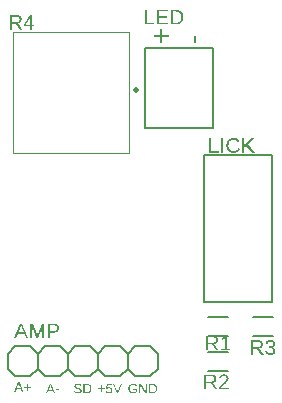
<source format=gbr>
G04 EAGLE Gerber RS-274X export*
G75*
%MOMM*%
%FSLAX34Y34*%
%LPD*%
%INSilkscreen Top*%
%IPPOS*%
%AMOC8*
5,1,8,0,0,1.08239X$1,22.5*%
G01*
G04 Define Apertures*
%ADD10C,0.152400*%
%ADD11C,0.500000*%
%ADD12C,0.120000*%
%ADD13C,0.127000*%
G36*
X217331Y369527D02*
X215540Y369527D01*
X215540Y374728D01*
X210289Y374728D01*
X210289Y376532D01*
X215540Y376532D01*
X215540Y381734D01*
X217331Y381734D01*
X217331Y376532D01*
X222582Y376532D01*
X222582Y374728D01*
X217331Y374728D01*
X217331Y369527D01*
G37*
G36*
X245768Y369416D02*
X243805Y369416D01*
X243805Y375550D01*
X245768Y375550D01*
X245768Y369416D01*
G37*
G36*
X93018Y74422D02*
X91909Y74422D01*
X95129Y82312D01*
X96344Y82312D01*
X99514Y74422D01*
X98422Y74422D01*
X97520Y76729D01*
X93925Y76729D01*
X93018Y74422D01*
G37*
%LPC*%
G36*
X97201Y77564D02*
X96187Y80168D01*
X96031Y80579D01*
X95874Y81041D01*
X95723Y81506D01*
X95672Y81349D01*
X95499Y80819D01*
X95258Y80156D01*
X94250Y77564D01*
X97201Y77564D01*
G37*
%LPD*%
G36*
X103269Y75430D02*
X102446Y75430D01*
X102446Y77827D01*
X100072Y77827D01*
X100072Y78644D01*
X102446Y78644D01*
X102446Y81041D01*
X103269Y81041D01*
X103269Y78644D01*
X105644Y78644D01*
X105644Y77827D01*
X103269Y77827D01*
X103269Y75430D01*
G37*
G36*
X119857Y73152D02*
X118748Y73152D01*
X121968Y81042D01*
X123183Y81042D01*
X126353Y73152D01*
X125261Y73152D01*
X124359Y75459D01*
X120764Y75459D01*
X119857Y73152D01*
G37*
%LPC*%
G36*
X124040Y76294D02*
X123027Y78898D01*
X122870Y79309D01*
X122713Y79771D01*
X122562Y80236D01*
X122511Y80079D01*
X122338Y79549D01*
X122097Y78886D01*
X121089Y76294D01*
X124040Y76294D01*
G37*
%LPD*%
G36*
X129660Y75750D02*
X126860Y75750D01*
X126860Y76646D01*
X129660Y76646D01*
X129660Y75750D01*
G37*
G36*
X153411Y73152D02*
X150460Y73152D01*
X150460Y81042D01*
X153070Y81042D01*
X153556Y81027D01*
X154015Y80980D01*
X154444Y80901D01*
X154845Y80791D01*
X155218Y80650D01*
X155562Y80477D01*
X155877Y80273D01*
X156164Y80037D01*
X156419Y79773D01*
X156640Y79482D01*
X156827Y79164D01*
X156980Y78820D01*
X157100Y78449D01*
X157185Y78052D01*
X157236Y77629D01*
X157253Y77178D01*
X157245Y76878D01*
X157223Y76587D01*
X157186Y76306D01*
X157134Y76034D01*
X157067Y75772D01*
X156985Y75519D01*
X156888Y75276D01*
X156777Y75042D01*
X156652Y74820D01*
X156514Y74611D01*
X156364Y74416D01*
X156201Y74233D01*
X156026Y74065D01*
X155839Y73910D01*
X155639Y73768D01*
X155427Y73639D01*
X155205Y73525D01*
X154974Y73426D01*
X154734Y73342D01*
X154486Y73274D01*
X154230Y73221D01*
X153966Y73182D01*
X153693Y73160D01*
X153411Y73152D01*
G37*
%LPC*%
G36*
X153288Y74009D02*
X153709Y74033D01*
X154103Y74104D01*
X154472Y74223D01*
X154814Y74390D01*
X155124Y74601D01*
X155396Y74854D01*
X155629Y75150D01*
X155825Y75487D01*
X155979Y75862D01*
X156089Y76268D01*
X156156Y76707D01*
X156178Y77178D01*
X156165Y77534D01*
X156127Y77868D01*
X156065Y78181D01*
X155977Y78471D01*
X155864Y78740D01*
X155726Y78987D01*
X155562Y79212D01*
X155374Y79416D01*
X155162Y79596D01*
X154927Y79752D01*
X154670Y79885D01*
X154390Y79993D01*
X154088Y80077D01*
X153764Y80137D01*
X153417Y80174D01*
X153047Y80186D01*
X151530Y80186D01*
X151530Y74009D01*
X153288Y74009D01*
G37*
%LPD*%
G36*
X145758Y73040D02*
X145407Y73048D01*
X145075Y73071D01*
X144762Y73111D01*
X144468Y73165D01*
X144192Y73236D01*
X143936Y73322D01*
X143699Y73424D01*
X143480Y73541D01*
X143281Y73674D01*
X143100Y73823D01*
X142939Y73988D01*
X142796Y74168D01*
X142672Y74363D01*
X142568Y74575D01*
X142482Y74802D01*
X142415Y75045D01*
X143451Y75252D01*
X143502Y75080D01*
X143566Y74920D01*
X143642Y74772D01*
X143731Y74635D01*
X143832Y74511D01*
X143947Y74398D01*
X144073Y74297D01*
X144213Y74208D01*
X144530Y74062D01*
X144900Y73958D01*
X145322Y73895D01*
X145797Y73874D01*
X146286Y73897D01*
X146715Y73963D01*
X146908Y74013D01*
X147085Y74074D01*
X147248Y74147D01*
X147396Y74230D01*
X147528Y74324D01*
X147642Y74429D01*
X147739Y74544D01*
X147818Y74669D01*
X147880Y74805D01*
X147924Y74951D01*
X147950Y75107D01*
X147959Y75274D01*
X147948Y75458D01*
X147915Y75624D01*
X147860Y75772D01*
X147783Y75902D01*
X147685Y76017D01*
X147570Y76121D01*
X147438Y76216D01*
X147287Y76299D01*
X146937Y76443D01*
X146525Y76562D01*
X145545Y76792D01*
X144723Y76999D01*
X144396Y77103D01*
X144126Y77206D01*
X143896Y77313D01*
X143692Y77425D01*
X143514Y77544D01*
X143361Y77668D01*
X143230Y77801D01*
X143114Y77945D01*
X143015Y78099D01*
X142933Y78265D01*
X142868Y78442D01*
X142822Y78632D01*
X142794Y78834D01*
X142785Y79049D01*
X142797Y79295D01*
X142833Y79527D01*
X142894Y79744D01*
X142978Y79946D01*
X143088Y80134D01*
X143221Y80308D01*
X143378Y80467D01*
X143560Y80611D01*
X143765Y80740D01*
X143990Y80851D01*
X144236Y80946D01*
X144503Y81023D01*
X144791Y81083D01*
X145100Y81126D01*
X145430Y81151D01*
X145781Y81160D01*
X146107Y81154D01*
X146413Y81134D01*
X146700Y81102D01*
X146966Y81057D01*
X147213Y80999D01*
X147441Y80928D01*
X147648Y80845D01*
X147836Y80748D01*
X148007Y80636D01*
X148165Y80506D01*
X148309Y80358D01*
X148441Y80192D01*
X148559Y80007D01*
X148663Y79805D01*
X148755Y79584D01*
X148833Y79346D01*
X147780Y79161D01*
X147673Y79453D01*
X147528Y79702D01*
X147343Y79908D01*
X147119Y80071D01*
X146852Y80194D01*
X146538Y80283D01*
X146177Y80336D01*
X145769Y80354D01*
X145324Y80334D01*
X144935Y80275D01*
X144602Y80177D01*
X144325Y80040D01*
X144208Y79957D01*
X144107Y79864D01*
X144021Y79761D01*
X143951Y79649D01*
X143896Y79528D01*
X143857Y79396D01*
X143834Y79255D01*
X143826Y79105D01*
X143838Y78931D01*
X143874Y78772D01*
X143935Y78630D01*
X144019Y78503D01*
X144127Y78388D01*
X144255Y78283D01*
X144405Y78187D01*
X144577Y78100D01*
X144804Y78012D01*
X145121Y77915D01*
X146027Y77694D01*
X146752Y77523D01*
X147106Y77428D01*
X147444Y77316D01*
X147764Y77185D01*
X148063Y77033D01*
X148332Y76852D01*
X148564Y76635D01*
X148753Y76379D01*
X148897Y76081D01*
X148950Y75914D01*
X148987Y75734D01*
X149010Y75539D01*
X149017Y75330D01*
X149004Y75065D01*
X148964Y74815D01*
X148897Y74581D01*
X148804Y74362D01*
X148684Y74158D01*
X148537Y73970D01*
X148364Y73797D01*
X148163Y73639D01*
X147939Y73499D01*
X147693Y73377D01*
X147425Y73274D01*
X147135Y73190D01*
X146824Y73124D01*
X146490Y73077D01*
X146135Y73049D01*
X145758Y73040D01*
G37*
G36*
X172142Y73040D02*
X171873Y73048D01*
X171617Y73070D01*
X171374Y73108D01*
X171145Y73160D01*
X170929Y73228D01*
X170727Y73311D01*
X170537Y73409D01*
X170361Y73522D01*
X170200Y73649D01*
X170054Y73789D01*
X169923Y73943D01*
X169808Y74111D01*
X169709Y74292D01*
X169625Y74487D01*
X169557Y74695D01*
X169504Y74916D01*
X170524Y75034D01*
X170619Y74759D01*
X170746Y74522D01*
X170904Y74320D01*
X171093Y74156D01*
X171314Y74028D01*
X171566Y73936D01*
X171850Y73881D01*
X172164Y73863D01*
X172362Y73871D01*
X172548Y73894D01*
X172724Y73932D01*
X172888Y73986D01*
X173042Y74055D01*
X173184Y74139D01*
X173315Y74238D01*
X173436Y74353D01*
X173543Y74481D01*
X173636Y74621D01*
X173715Y74772D01*
X173780Y74935D01*
X173830Y75109D01*
X173866Y75295D01*
X173888Y75492D01*
X173895Y75700D01*
X173888Y75882D01*
X173866Y76055D01*
X173830Y76218D01*
X173779Y76373D01*
X173714Y76519D01*
X173635Y76657D01*
X173541Y76785D01*
X173433Y76904D01*
X173312Y77012D01*
X173182Y77105D01*
X173041Y77184D01*
X172890Y77248D01*
X172730Y77299D01*
X172559Y77334D01*
X172378Y77356D01*
X172187Y77363D01*
X171986Y77355D01*
X171792Y77331D01*
X171605Y77291D01*
X171425Y77234D01*
X171249Y77159D01*
X171072Y77061D01*
X170896Y76940D01*
X170720Y76798D01*
X169734Y76798D01*
X169997Y81042D01*
X174483Y81042D01*
X174483Y80186D01*
X170916Y80186D01*
X170764Y77682D01*
X170933Y77801D01*
X171112Y77903D01*
X171301Y77990D01*
X171499Y78060D01*
X171708Y78116D01*
X171927Y78155D01*
X172155Y78179D01*
X172394Y78186D01*
X172678Y78176D01*
X172947Y78144D01*
X173201Y78090D01*
X173440Y78016D01*
X173665Y77920D01*
X173875Y77802D01*
X174070Y77663D01*
X174250Y77503D01*
X174412Y77326D01*
X174553Y77136D01*
X174672Y76933D01*
X174769Y76716D01*
X174845Y76487D01*
X174899Y76245D01*
X174931Y75990D01*
X174942Y75722D01*
X174930Y75419D01*
X174896Y75131D01*
X174838Y74861D01*
X174756Y74607D01*
X174652Y74369D01*
X174525Y74148D01*
X174374Y73944D01*
X174200Y73757D01*
X174006Y73589D01*
X173793Y73443D01*
X173563Y73320D01*
X173315Y73219D01*
X173048Y73141D01*
X172764Y73085D01*
X172462Y73051D01*
X172142Y73040D01*
G37*
G36*
X179799Y73152D02*
X178691Y73152D01*
X175471Y81042D01*
X176596Y81042D01*
X178780Y75487D01*
X179251Y74093D01*
X179721Y75487D01*
X181894Y81042D01*
X183019Y81042D01*
X179799Y73152D01*
G37*
G36*
X166115Y74160D02*
X165292Y74160D01*
X165292Y76557D01*
X162918Y76557D01*
X162918Y77374D01*
X165292Y77374D01*
X165292Y79771D01*
X166115Y79771D01*
X166115Y77374D01*
X168490Y77374D01*
X168490Y76557D01*
X166115Y76557D01*
X166115Y74160D01*
G37*
G36*
X208997Y73152D02*
X206046Y73152D01*
X206046Y81042D01*
X208655Y81042D01*
X209142Y81027D01*
X209601Y80980D01*
X210030Y80901D01*
X210431Y80791D01*
X210804Y80650D01*
X211148Y80477D01*
X211463Y80273D01*
X211749Y80037D01*
X212005Y79773D01*
X212226Y79482D01*
X212413Y79164D01*
X212566Y78820D01*
X212685Y78449D01*
X212771Y78052D01*
X212822Y77629D01*
X212839Y77178D01*
X212831Y76878D01*
X212809Y76587D01*
X212772Y76306D01*
X212720Y76034D01*
X212653Y75772D01*
X212571Y75519D01*
X212474Y75276D01*
X212363Y75042D01*
X212237Y74820D01*
X212100Y74611D01*
X211950Y74416D01*
X211787Y74233D01*
X211612Y74065D01*
X211425Y73910D01*
X211225Y73768D01*
X211013Y73639D01*
X210790Y73525D01*
X210559Y73426D01*
X210320Y73342D01*
X210072Y73274D01*
X209816Y73221D01*
X209551Y73182D01*
X209278Y73160D01*
X208997Y73152D01*
G37*
%LPC*%
G36*
X208874Y74009D02*
X209295Y74033D01*
X209689Y74104D01*
X210058Y74223D01*
X210400Y74390D01*
X210710Y74601D01*
X210982Y74854D01*
X211215Y75150D01*
X211411Y75487D01*
X211565Y75862D01*
X211675Y76268D01*
X211741Y76707D01*
X211763Y77178D01*
X211751Y77534D01*
X211713Y77868D01*
X211650Y78181D01*
X211563Y78471D01*
X211450Y78740D01*
X211311Y78987D01*
X211148Y79212D01*
X210960Y79416D01*
X210748Y79596D01*
X210513Y79752D01*
X210256Y79885D01*
X209976Y79993D01*
X209674Y80077D01*
X209350Y80137D01*
X209003Y80174D01*
X208633Y80186D01*
X207115Y80186D01*
X207115Y74009D01*
X208874Y74009D01*
G37*
%LPD*%
G36*
X198717Y73152D02*
X197765Y73152D01*
X197765Y81042D01*
X199008Y81042D01*
X203275Y74278D01*
X203225Y75224D01*
X203208Y75868D01*
X203208Y81042D01*
X204171Y81042D01*
X204171Y73152D01*
X202883Y73152D01*
X198661Y79872D01*
X198689Y79329D01*
X198717Y78394D01*
X198717Y73152D01*
G37*
G36*
X192470Y73040D02*
X192166Y73048D01*
X191873Y73071D01*
X191590Y73109D01*
X191318Y73163D01*
X191057Y73232D01*
X190806Y73317D01*
X190566Y73417D01*
X190337Y73533D01*
X190119Y73663D01*
X189915Y73806D01*
X189724Y73963D01*
X189546Y74134D01*
X189382Y74318D01*
X189231Y74516D01*
X189092Y74727D01*
X188968Y74952D01*
X188857Y75189D01*
X188761Y75436D01*
X188679Y75694D01*
X188613Y75961D01*
X188561Y76239D01*
X188524Y76527D01*
X188502Y76825D01*
X188494Y77134D01*
X188510Y77600D01*
X188559Y78040D01*
X188639Y78452D01*
X188752Y78837D01*
X188897Y79196D01*
X189074Y79527D01*
X189283Y79830D01*
X189525Y80107D01*
X189795Y80354D01*
X190092Y80568D01*
X190415Y80749D01*
X190764Y80897D01*
X191139Y81012D01*
X191540Y81094D01*
X191967Y81144D01*
X192420Y81160D01*
X192740Y81153D01*
X193044Y81132D01*
X193333Y81098D01*
X193607Y81049D01*
X193865Y80987D01*
X194108Y80911D01*
X194336Y80821D01*
X194548Y80718D01*
X194747Y80599D01*
X194933Y80463D01*
X195108Y80311D01*
X195272Y80142D01*
X195423Y79957D01*
X195563Y79755D01*
X195691Y79536D01*
X195808Y79301D01*
X194789Y78998D01*
X194605Y79312D01*
X194389Y79579D01*
X194141Y79802D01*
X193862Y79978D01*
X193549Y80113D01*
X193199Y80209D01*
X192814Y80267D01*
X192392Y80286D01*
X192060Y80273D01*
X191749Y80235D01*
X191458Y80170D01*
X191187Y80080D01*
X190936Y79964D01*
X190705Y79822D01*
X190494Y79654D01*
X190303Y79460D01*
X190134Y79243D01*
X189987Y79005D01*
X189863Y78746D01*
X189761Y78466D01*
X189682Y78164D01*
X189626Y77842D01*
X189592Y77498D01*
X189581Y77134D01*
X189593Y76770D01*
X189629Y76425D01*
X189689Y76101D01*
X189773Y75796D01*
X189880Y75511D01*
X190012Y75245D01*
X190168Y74999D01*
X190348Y74773D01*
X190549Y74570D01*
X190768Y74395D01*
X191006Y74246D01*
X191262Y74124D01*
X191537Y74030D01*
X191830Y73962D01*
X192141Y73922D01*
X192470Y73908D01*
X192850Y73923D01*
X193217Y73967D01*
X193571Y74040D01*
X193912Y74143D01*
X194231Y74271D01*
X194518Y74420D01*
X194773Y74590D01*
X194996Y74782D01*
X194996Y76204D01*
X192638Y76204D01*
X192638Y77100D01*
X195982Y77100D01*
X195982Y74378D01*
X195650Y74077D01*
X195284Y73812D01*
X194882Y73583D01*
X194444Y73390D01*
X193980Y73237D01*
X193496Y73128D01*
X192993Y73062D01*
X192470Y73040D01*
G37*
G36*
X229018Y385420D02*
X224402Y385420D01*
X224402Y397761D01*
X228484Y397761D01*
X228870Y397755D01*
X229245Y397736D01*
X229609Y397706D01*
X229962Y397663D01*
X230304Y397607D01*
X230634Y397540D01*
X230953Y397460D01*
X231261Y397368D01*
X231558Y397263D01*
X231844Y397147D01*
X232118Y397018D01*
X232382Y396876D01*
X232634Y396723D01*
X232875Y396557D01*
X233104Y396379D01*
X233323Y396189D01*
X233529Y395987D01*
X233722Y395775D01*
X233902Y395552D01*
X234068Y395320D01*
X234221Y395076D01*
X234361Y394823D01*
X234488Y394559D01*
X234601Y394285D01*
X234700Y394000D01*
X234787Y393705D01*
X234860Y393400D01*
X234920Y393084D01*
X234967Y392758D01*
X235000Y392421D01*
X235020Y392075D01*
X235027Y391717D01*
X235015Y391248D01*
X234980Y390793D01*
X234922Y390352D01*
X234840Y389927D01*
X234736Y389517D01*
X234608Y389122D01*
X234457Y388741D01*
X234282Y388376D01*
X234086Y388028D01*
X233871Y387702D01*
X233636Y387396D01*
X233382Y387111D01*
X233109Y386848D01*
X232816Y386605D01*
X232503Y386383D01*
X232171Y386182D01*
X231823Y386003D01*
X231462Y385849D01*
X231087Y385718D01*
X230700Y385610D01*
X230299Y385527D01*
X229885Y385468D01*
X229458Y385432D01*
X229018Y385420D01*
G37*
%LPC*%
G36*
X228825Y386760D02*
X229160Y386769D01*
X229484Y386797D01*
X229797Y386844D01*
X230101Y386909D01*
X230394Y386993D01*
X230677Y387095D01*
X230950Y387216D01*
X231212Y387356D01*
X231462Y387513D01*
X231697Y387686D01*
X231917Y387876D01*
X232122Y388083D01*
X232312Y388305D01*
X232487Y388545D01*
X232648Y388800D01*
X232793Y389072D01*
X232922Y389359D01*
X233034Y389658D01*
X233129Y389970D01*
X233207Y390294D01*
X233267Y390631D01*
X233310Y390981D01*
X233336Y391343D01*
X233345Y391717D01*
X233325Y392274D01*
X233266Y392797D01*
X233168Y393285D01*
X233031Y393740D01*
X232854Y394160D01*
X232638Y394546D01*
X232383Y394898D01*
X232088Y395216D01*
X231756Y395499D01*
X231389Y395743D01*
X230987Y395950D01*
X230550Y396120D01*
X230077Y396251D01*
X229570Y396345D01*
X229027Y396402D01*
X228449Y396421D01*
X226075Y396421D01*
X226075Y386760D01*
X228825Y386760D01*
G37*
%LPD*%
G36*
X222156Y385420D02*
X212434Y385420D01*
X212434Y397761D01*
X221797Y397761D01*
X221797Y396394D01*
X214107Y396394D01*
X214107Y392436D01*
X221271Y392436D01*
X221271Y391087D01*
X214107Y391087D01*
X214107Y386786D01*
X222156Y386786D01*
X222156Y385420D01*
G37*
G36*
X210374Y385420D02*
X202465Y385420D01*
X202465Y397761D01*
X204138Y397761D01*
X204138Y386786D01*
X210374Y386786D01*
X210374Y385420D01*
G37*
G36*
X286702Y276860D02*
X285029Y276860D01*
X285029Y289201D01*
X286702Y289201D01*
X286702Y283017D01*
X292649Y289201D01*
X294620Y289201D01*
X289365Y283841D01*
X295321Y276860D01*
X293245Y276860D01*
X288314Y282816D01*
X286702Y281590D01*
X286702Y276860D01*
G37*
G36*
X277517Y276685D02*
X277059Y276697D01*
X276616Y276733D01*
X276189Y276794D01*
X275778Y276879D01*
X275382Y276988D01*
X275002Y277121D01*
X274638Y277278D01*
X274290Y277460D01*
X273959Y277664D01*
X273649Y277889D01*
X273359Y278135D01*
X273090Y278402D01*
X272841Y278689D01*
X272611Y278997D01*
X272403Y279326D01*
X272214Y279676D01*
X272047Y280044D01*
X271902Y280429D01*
X271779Y280831D01*
X271679Y281249D01*
X271601Y281684D01*
X271545Y282135D01*
X271511Y282603D01*
X271500Y283087D01*
X271506Y283451D01*
X271525Y283805D01*
X271556Y284149D01*
X271600Y284483D01*
X271656Y284807D01*
X271724Y285121D01*
X271805Y285425D01*
X271899Y285719D01*
X272005Y286003D01*
X272123Y286277D01*
X272397Y286795D01*
X272721Y287274D01*
X273094Y287712D01*
X273512Y288104D01*
X273968Y288444D01*
X274210Y288594D01*
X274462Y288731D01*
X274724Y288855D01*
X274995Y288966D01*
X275276Y289065D01*
X275566Y289149D01*
X275866Y289221D01*
X276175Y289280D01*
X276494Y289326D01*
X276823Y289359D01*
X277161Y289378D01*
X277509Y289385D01*
X277991Y289373D01*
X278453Y289337D01*
X278895Y289276D01*
X279317Y289192D01*
X279719Y289084D01*
X280100Y288951D01*
X280461Y288795D01*
X280802Y288614D01*
X281121Y288410D01*
X281419Y288182D01*
X281695Y287931D01*
X281949Y287657D01*
X282181Y287360D01*
X282391Y287039D01*
X282580Y286695D01*
X282746Y286328D01*
X281161Y285802D01*
X281045Y286064D01*
X280914Y286309D01*
X280766Y286539D01*
X280601Y286753D01*
X280421Y286951D01*
X280224Y287133D01*
X280011Y287299D01*
X279781Y287449D01*
X279538Y287583D01*
X279284Y287698D01*
X279019Y287796D01*
X278742Y287876D01*
X278455Y287938D01*
X278156Y287983D01*
X277847Y288009D01*
X277526Y288018D01*
X277028Y287998D01*
X276558Y287936D01*
X276117Y287833D01*
X275704Y287689D01*
X275320Y287503D01*
X274964Y287277D01*
X274637Y287009D01*
X274338Y286700D01*
X274071Y286355D01*
X273840Y285980D01*
X273644Y285574D01*
X273484Y285138D01*
X273359Y284671D01*
X273270Y284174D01*
X273217Y283646D01*
X273199Y283087D01*
X273218Y282534D01*
X273274Y282009D01*
X273366Y281511D01*
X273496Y281041D01*
X273663Y280599D01*
X273867Y280185D01*
X274108Y279798D01*
X274386Y279439D01*
X274696Y279116D01*
X275032Y278836D01*
X275394Y278599D01*
X275782Y278405D01*
X276196Y278254D01*
X276637Y278146D01*
X277103Y278081D01*
X277596Y278060D01*
X277915Y278070D01*
X278224Y278100D01*
X278523Y278150D01*
X278812Y278220D01*
X279091Y278311D01*
X279359Y278421D01*
X279618Y278551D01*
X279867Y278701D01*
X280105Y278872D01*
X280334Y279062D01*
X280552Y279273D01*
X280761Y279503D01*
X280959Y279754D01*
X281147Y280025D01*
X281326Y280315D01*
X281494Y280626D01*
X282860Y279943D01*
X282660Y279556D01*
X282440Y279194D01*
X282202Y278855D01*
X281944Y278539D01*
X281666Y278248D01*
X281370Y277981D01*
X281054Y277737D01*
X280719Y277517D01*
X280367Y277322D01*
X280001Y277153D01*
X279622Y277010D01*
X279228Y276893D01*
X278821Y276802D01*
X278401Y276737D01*
X277966Y276698D01*
X277517Y276685D01*
G37*
G36*
X265032Y276860D02*
X257123Y276860D01*
X257123Y289201D01*
X258796Y289201D01*
X258796Y278226D01*
X265032Y278226D01*
X265032Y276860D01*
G37*
G36*
X268949Y276860D02*
X267276Y276860D01*
X267276Y289201D01*
X268949Y289201D01*
X268949Y276860D01*
G37*
G36*
X121842Y119763D02*
X120169Y119763D01*
X120169Y132104D01*
X125363Y132104D01*
X125867Y132089D01*
X126343Y132043D01*
X126788Y131967D01*
X127205Y131861D01*
X127592Y131724D01*
X127950Y131557D01*
X128278Y131359D01*
X128578Y131132D01*
X128844Y130876D01*
X129076Y130596D01*
X129271Y130290D01*
X129432Y129960D01*
X129556Y129605D01*
X129645Y129225D01*
X129698Y128820D01*
X129716Y128390D01*
X129698Y127963D01*
X129645Y127559D01*
X129555Y127177D01*
X129430Y126818D01*
X129270Y126481D01*
X129073Y126167D01*
X128841Y125874D01*
X128573Y125605D01*
X128275Y125363D01*
X127951Y125153D01*
X127601Y124975D01*
X127225Y124830D01*
X126825Y124717D01*
X126398Y124636D01*
X125946Y124588D01*
X125468Y124571D01*
X121842Y124571D01*
X121842Y119763D01*
G37*
%LPC*%
G36*
X125232Y125894D02*
X125571Y125904D01*
X125889Y125933D01*
X126184Y125981D01*
X126458Y126049D01*
X126710Y126136D01*
X126940Y126242D01*
X127148Y126368D01*
X127334Y126514D01*
X127498Y126678D01*
X127640Y126862D01*
X127761Y127065D01*
X127859Y127288D01*
X127936Y127530D01*
X127991Y127792D01*
X128024Y128072D01*
X128035Y128373D01*
X128023Y128662D01*
X127990Y128933D01*
X127934Y129185D01*
X127855Y129419D01*
X127754Y129634D01*
X127631Y129830D01*
X127485Y130007D01*
X127316Y130166D01*
X127126Y130306D01*
X126912Y130427D01*
X126677Y130530D01*
X126419Y130614D01*
X126138Y130680D01*
X125835Y130726D01*
X125510Y130754D01*
X125162Y130764D01*
X121842Y130764D01*
X121842Y125894D01*
X125232Y125894D01*
G37*
%LPD*%
G36*
X106721Y119763D02*
X105232Y119763D01*
X105232Y132104D01*
X107430Y132104D01*
X110715Y123547D01*
X110887Y123011D01*
X111052Y122439D01*
X111267Y121585D01*
X111375Y122026D01*
X111560Y122649D01*
X111747Y123230D01*
X111862Y123547D01*
X115085Y132104D01*
X117231Y132104D01*
X117231Y119763D01*
X115725Y119763D01*
X115725Y127996D01*
X115744Y129336D01*
X115803Y130624D01*
X115396Y129227D01*
X115209Y128656D01*
X115033Y128171D01*
X111845Y119763D01*
X110671Y119763D01*
X107439Y128171D01*
X106949Y129660D01*
X106660Y130624D01*
X106686Y129651D01*
X106721Y127996D01*
X106721Y119763D01*
G37*
G36*
X93592Y119763D02*
X91858Y119763D01*
X96894Y132104D01*
X98795Y132104D01*
X103752Y119763D01*
X102044Y119763D01*
X100634Y123371D01*
X95011Y123371D01*
X93592Y119763D01*
G37*
%LPC*%
G36*
X100135Y124676D02*
X98550Y128749D01*
X98304Y129393D01*
X98059Y130116D01*
X97823Y130842D01*
X97744Y130597D01*
X97472Y129767D01*
X97096Y128732D01*
X95519Y124676D01*
X100135Y124676D01*
G37*
%LPD*%
G36*
X89570Y381000D02*
X87897Y381000D01*
X87897Y393341D01*
X93704Y393341D01*
X94210Y393326D01*
X94687Y393282D01*
X95134Y393210D01*
X95551Y393108D01*
X95938Y392976D01*
X96296Y392816D01*
X96624Y392627D01*
X96923Y392408D01*
X97188Y392163D01*
X97419Y391896D01*
X97614Y391606D01*
X97773Y391292D01*
X97897Y390956D01*
X97986Y390597D01*
X98039Y390216D01*
X98057Y389811D01*
X98044Y389474D01*
X98007Y389151D01*
X97944Y388841D01*
X97856Y388545D01*
X97744Y388263D01*
X97606Y387995D01*
X97443Y387740D01*
X97255Y387499D01*
X97045Y387275D01*
X96817Y387074D01*
X96569Y386893D01*
X96458Y386827D01*
X96302Y386735D01*
X96016Y386598D01*
X95711Y386482D01*
X95387Y386389D01*
X95044Y386316D01*
X96535Y384053D01*
X98547Y381000D01*
X96620Y381000D01*
X93415Y386124D01*
X89570Y386124D01*
X89570Y381000D01*
G37*
%LPC*%
G36*
X93607Y387446D02*
X93929Y387456D01*
X94231Y387485D01*
X94515Y387533D01*
X94780Y387601D01*
X95026Y387687D01*
X95254Y387794D01*
X95463Y387919D01*
X95653Y388064D01*
X95822Y388226D01*
X95969Y388403D01*
X96093Y388596D01*
X96194Y388805D01*
X96274Y389029D01*
X96330Y389268D01*
X96364Y389523D01*
X96375Y389794D01*
X96364Y390055D01*
X96329Y390300D01*
X96272Y390530D01*
X96192Y390743D01*
X96089Y390940D01*
X95964Y391121D01*
X95815Y391287D01*
X95644Y391436D01*
X95451Y391568D01*
X95238Y391683D01*
X95005Y391780D01*
X94751Y391860D01*
X94478Y391921D01*
X94185Y391965D01*
X93871Y391992D01*
X93537Y392001D01*
X89570Y392001D01*
X89570Y387446D01*
X93607Y387446D01*
G37*
%LPD*%
G36*
X107079Y381000D02*
X105590Y381000D01*
X105590Y383794D01*
X99775Y383794D01*
X99775Y385020D01*
X105424Y393341D01*
X107079Y393341D01*
X107079Y385038D01*
X108813Y385038D01*
X108813Y383794D01*
X107079Y383794D01*
X107079Y381000D01*
G37*
%LPC*%
G36*
X105590Y385038D02*
X105590Y391563D01*
X105345Y391099D01*
X105003Y390521D01*
X101842Y385861D01*
X101369Y385213D01*
X101228Y385038D01*
X105590Y385038D01*
G37*
%LPD*%
G36*
X255840Y109609D02*
X254167Y109609D01*
X254167Y121950D01*
X259974Y121950D01*
X260480Y121935D01*
X260957Y121891D01*
X261404Y121819D01*
X261821Y121717D01*
X262208Y121585D01*
X262566Y121425D01*
X262894Y121236D01*
X263193Y121017D01*
X263458Y120772D01*
X263689Y120505D01*
X263884Y120215D01*
X264043Y119901D01*
X264167Y119565D01*
X264256Y119206D01*
X264309Y118825D01*
X264327Y118420D01*
X264314Y118083D01*
X264277Y117760D01*
X264214Y117450D01*
X264126Y117154D01*
X264014Y116872D01*
X263876Y116604D01*
X263713Y116349D01*
X263525Y116108D01*
X263315Y115884D01*
X263087Y115683D01*
X262839Y115502D01*
X262728Y115436D01*
X262572Y115344D01*
X262286Y115207D01*
X261981Y115091D01*
X261657Y114998D01*
X261314Y114925D01*
X262805Y112662D01*
X264817Y109609D01*
X262890Y109609D01*
X259685Y114733D01*
X255840Y114733D01*
X255840Y109609D01*
G37*
%LPC*%
G36*
X259877Y116055D02*
X260199Y116065D01*
X260501Y116094D01*
X260785Y116142D01*
X261050Y116210D01*
X261296Y116296D01*
X261524Y116403D01*
X261733Y116528D01*
X261923Y116673D01*
X262092Y116835D01*
X262239Y117012D01*
X262363Y117205D01*
X262464Y117414D01*
X262544Y117638D01*
X262600Y117877D01*
X262634Y118132D01*
X262645Y118403D01*
X262634Y118664D01*
X262599Y118909D01*
X262542Y119139D01*
X262462Y119352D01*
X262359Y119549D01*
X262234Y119730D01*
X262085Y119896D01*
X261914Y120045D01*
X261721Y120177D01*
X261508Y120292D01*
X261275Y120389D01*
X261021Y120469D01*
X260748Y120530D01*
X260455Y120574D01*
X260141Y120601D01*
X259807Y120610D01*
X255840Y120610D01*
X255840Y116055D01*
X259877Y116055D01*
G37*
%LPD*%
G36*
X274733Y109609D02*
X266999Y109609D01*
X266999Y110949D01*
X270144Y110949D01*
X270144Y120443D01*
X267358Y118455D01*
X267358Y119944D01*
X270275Y121950D01*
X271729Y121950D01*
X271729Y110949D01*
X274733Y110949D01*
X274733Y109609D01*
G37*
G36*
X254570Y76589D02*
X252897Y76589D01*
X252897Y88930D01*
X258704Y88930D01*
X259210Y88915D01*
X259687Y88871D01*
X260134Y88799D01*
X260551Y88697D01*
X260938Y88565D01*
X261296Y88405D01*
X261624Y88216D01*
X261923Y87997D01*
X262188Y87752D01*
X262419Y87485D01*
X262614Y87195D01*
X262773Y86881D01*
X262897Y86545D01*
X262986Y86186D01*
X263039Y85805D01*
X263057Y85400D01*
X263044Y85063D01*
X263007Y84740D01*
X262944Y84430D01*
X262856Y84134D01*
X262744Y83852D01*
X262606Y83584D01*
X262443Y83329D01*
X262255Y83088D01*
X262045Y82864D01*
X261817Y82663D01*
X261569Y82482D01*
X261458Y82416D01*
X261302Y82324D01*
X261016Y82187D01*
X260711Y82071D01*
X260387Y81978D01*
X260044Y81905D01*
X261535Y79642D01*
X263547Y76589D01*
X261620Y76589D01*
X258415Y81713D01*
X254570Y81713D01*
X254570Y76589D01*
G37*
%LPC*%
G36*
X258607Y83035D02*
X258929Y83045D01*
X259231Y83074D01*
X259515Y83122D01*
X259780Y83190D01*
X260026Y83276D01*
X260254Y83383D01*
X260463Y83508D01*
X260653Y83653D01*
X260822Y83815D01*
X260969Y83992D01*
X261093Y84185D01*
X261194Y84394D01*
X261274Y84618D01*
X261330Y84857D01*
X261364Y85112D01*
X261375Y85383D01*
X261364Y85644D01*
X261329Y85889D01*
X261272Y86119D01*
X261192Y86332D01*
X261089Y86529D01*
X260964Y86710D01*
X260815Y86876D01*
X260644Y87025D01*
X260451Y87157D01*
X260238Y87272D01*
X260005Y87369D01*
X259751Y87449D01*
X259478Y87510D01*
X259185Y87554D01*
X258871Y87581D01*
X258537Y87590D01*
X254570Y87590D01*
X254570Y83035D01*
X258607Y83035D01*
G37*
%LPD*%
G36*
X273437Y76589D02*
X265265Y76589D01*
X265265Y77701D01*
X265501Y78199D01*
X265761Y78666D01*
X266046Y79103D01*
X266355Y79510D01*
X266681Y79893D01*
X267016Y80257D01*
X267358Y80602D01*
X267709Y80929D01*
X268415Y81541D01*
X269114Y82107D01*
X269777Y82650D01*
X270371Y83193D01*
X270638Y83468D01*
X270878Y83749D01*
X271091Y84037D01*
X271278Y84332D01*
X271429Y84639D01*
X271537Y84967D01*
X271602Y85314D01*
X271624Y85680D01*
X271614Y85927D01*
X271587Y86160D01*
X271540Y86378D01*
X271475Y86582D01*
X271391Y86772D01*
X271289Y86948D01*
X271168Y87110D01*
X271028Y87257D01*
X270872Y87388D01*
X270701Y87502D01*
X270516Y87598D01*
X270317Y87677D01*
X270102Y87739D01*
X269874Y87782D01*
X269630Y87809D01*
X269373Y87817D01*
X269127Y87809D01*
X268891Y87783D01*
X268667Y87740D01*
X268454Y87681D01*
X268252Y87604D01*
X268061Y87510D01*
X267882Y87398D01*
X267713Y87270D01*
X267558Y87126D01*
X267420Y86969D01*
X267299Y86797D01*
X267195Y86612D01*
X267108Y86413D01*
X267037Y86200D01*
X266984Y85973D01*
X266947Y85733D01*
X265335Y85882D01*
X265393Y86242D01*
X265479Y86584D01*
X265594Y86907D01*
X265737Y87211D01*
X265908Y87496D01*
X266108Y87762D01*
X266336Y88009D01*
X266592Y88238D01*
X266872Y88443D01*
X267171Y88621D01*
X267490Y88772D01*
X267828Y88895D01*
X268185Y88991D01*
X268562Y89059D01*
X268958Y89100D01*
X269373Y89114D01*
X269826Y89100D01*
X270252Y89059D01*
X270651Y88990D01*
X271023Y88894D01*
X271368Y88770D01*
X271686Y88619D01*
X271977Y88440D01*
X272241Y88233D01*
X272476Y88002D01*
X272680Y87747D01*
X272852Y87469D01*
X272993Y87168D01*
X273103Y86844D01*
X273181Y86497D01*
X273228Y86126D01*
X273244Y85733D01*
X273224Y85374D01*
X273162Y85017D01*
X273059Y84661D01*
X272916Y84305D01*
X272731Y83951D01*
X272507Y83596D01*
X272243Y83241D01*
X271939Y82886D01*
X271541Y82483D01*
X270995Y81982D01*
X270302Y81384D01*
X269460Y80688D01*
X268982Y80286D01*
X268556Y79905D01*
X268181Y79544D01*
X267858Y79203D01*
X267581Y78876D01*
X267345Y78554D01*
X267151Y78239D01*
X266999Y77929D01*
X273437Y77929D01*
X273437Y76589D01*
G37*
G36*
X293940Y105799D02*
X292267Y105799D01*
X292267Y118140D01*
X298074Y118140D01*
X298580Y118125D01*
X299057Y118081D01*
X299504Y118009D01*
X299921Y117907D01*
X300308Y117775D01*
X300666Y117615D01*
X300994Y117426D01*
X301293Y117207D01*
X301558Y116962D01*
X301789Y116695D01*
X301984Y116405D01*
X302143Y116091D01*
X302267Y115755D01*
X302356Y115396D01*
X302409Y115015D01*
X302427Y114610D01*
X302414Y114273D01*
X302377Y113950D01*
X302314Y113640D01*
X302226Y113344D01*
X302114Y113062D01*
X301976Y112794D01*
X301813Y112539D01*
X301625Y112298D01*
X301415Y112074D01*
X301187Y111873D01*
X300939Y111692D01*
X300828Y111626D01*
X300672Y111534D01*
X300386Y111397D01*
X300081Y111281D01*
X299757Y111188D01*
X299414Y111115D01*
X300905Y108852D01*
X302917Y105799D01*
X300990Y105799D01*
X297785Y110923D01*
X293940Y110923D01*
X293940Y105799D01*
G37*
%LPC*%
G36*
X297977Y112245D02*
X298299Y112255D01*
X298601Y112284D01*
X298885Y112332D01*
X299150Y112400D01*
X299396Y112486D01*
X299624Y112593D01*
X299833Y112718D01*
X300023Y112863D01*
X300192Y113025D01*
X300339Y113202D01*
X300463Y113395D01*
X300564Y113604D01*
X300644Y113828D01*
X300700Y114067D01*
X300734Y114322D01*
X300745Y114593D01*
X300734Y114854D01*
X300699Y115099D01*
X300642Y115329D01*
X300562Y115542D01*
X300459Y115739D01*
X300334Y115920D01*
X300185Y116086D01*
X300014Y116235D01*
X299821Y116367D01*
X299608Y116482D01*
X299375Y116579D01*
X299121Y116659D01*
X298848Y116720D01*
X298555Y116764D01*
X298241Y116791D01*
X297907Y116800D01*
X293940Y116800D01*
X293940Y112245D01*
X297977Y112245D01*
G37*
%LPD*%
G36*
X308734Y105624D02*
X308277Y105637D01*
X307844Y105677D01*
X307435Y105743D01*
X307049Y105835D01*
X306687Y105954D01*
X306349Y106099D01*
X306034Y106271D01*
X305743Y106469D01*
X305478Y106693D01*
X305241Y106942D01*
X305033Y107217D01*
X304853Y107517D01*
X304701Y107842D01*
X304578Y108193D01*
X304483Y108568D01*
X304416Y108970D01*
X306045Y109118D01*
X306093Y108853D01*
X306156Y108605D01*
X306236Y108374D01*
X306331Y108161D01*
X306443Y107964D01*
X306571Y107784D01*
X306715Y107622D01*
X306875Y107476D01*
X307051Y107348D01*
X307243Y107237D01*
X307452Y107143D01*
X307676Y107066D01*
X307916Y107006D01*
X308173Y106963D01*
X308445Y106937D01*
X308734Y106929D01*
X309024Y106938D01*
X309298Y106966D01*
X309555Y107011D01*
X309797Y107076D01*
X310023Y107158D01*
X310233Y107259D01*
X310426Y107378D01*
X310604Y107516D01*
X310763Y107671D01*
X310901Y107845D01*
X311018Y108036D01*
X311113Y108245D01*
X311187Y108472D01*
X311240Y108716D01*
X311272Y108978D01*
X311283Y109259D01*
X311271Y109504D01*
X311234Y109735D01*
X311174Y109952D01*
X311089Y110155D01*
X310980Y110345D01*
X310847Y110521D01*
X310689Y110683D01*
X310508Y110831D01*
X310303Y110963D01*
X310077Y111078D01*
X309830Y111175D01*
X309561Y111254D01*
X309270Y111316D01*
X308958Y111360D01*
X308625Y111387D01*
X308270Y111396D01*
X307376Y111396D01*
X307376Y112762D01*
X308235Y112762D01*
X308550Y112771D01*
X308847Y112797D01*
X309125Y112841D01*
X309385Y112903D01*
X309628Y112983D01*
X309852Y113080D01*
X310057Y113195D01*
X310245Y113327D01*
X310412Y113475D01*
X310557Y113637D01*
X310680Y113812D01*
X310780Y114000D01*
X310858Y114202D01*
X310914Y114418D01*
X310948Y114648D01*
X310959Y114890D01*
X310950Y115131D01*
X310922Y115359D01*
X310877Y115574D01*
X310813Y115776D01*
X310731Y115965D01*
X310631Y116141D01*
X310513Y116304D01*
X310376Y116454D01*
X310222Y116588D01*
X310050Y116705D01*
X309860Y116803D01*
X309653Y116884D01*
X309428Y116947D01*
X309185Y116992D01*
X308924Y117018D01*
X308646Y117027D01*
X308392Y117019D01*
X308150Y116994D01*
X307921Y116952D01*
X307704Y116894D01*
X307499Y116819D01*
X307307Y116727D01*
X307128Y116618D01*
X306960Y116493D01*
X306808Y116353D01*
X306672Y116199D01*
X306553Y116031D01*
X306451Y115849D01*
X306366Y115654D01*
X306298Y115445D01*
X306246Y115223D01*
X306212Y114987D01*
X304626Y115109D01*
X304684Y115478D01*
X304771Y115825D01*
X304885Y116152D01*
X305028Y116458D01*
X305199Y116743D01*
X305399Y117008D01*
X305627Y117251D01*
X305883Y117474D01*
X306163Y117673D01*
X306463Y117846D01*
X306781Y117992D01*
X307119Y118111D01*
X307476Y118204D01*
X307853Y118271D01*
X308249Y118310D01*
X308664Y118324D01*
X309115Y118310D01*
X309541Y118270D01*
X309940Y118202D01*
X310314Y118108D01*
X310662Y117987D01*
X310984Y117838D01*
X311280Y117663D01*
X311550Y117461D01*
X311791Y117235D01*
X312000Y116987D01*
X312177Y116719D01*
X312322Y116429D01*
X312434Y116117D01*
X312515Y115785D01*
X312563Y115432D01*
X312579Y115057D01*
X312569Y114768D01*
X312538Y114493D01*
X312486Y114232D01*
X312414Y113985D01*
X312321Y113752D01*
X312207Y113532D01*
X312073Y113326D01*
X311918Y113134D01*
X311743Y112957D01*
X311550Y112794D01*
X311337Y112646D01*
X311107Y112514D01*
X310857Y112396D01*
X310588Y112293D01*
X310301Y112205D01*
X309995Y112131D01*
X309995Y112096D01*
X310332Y112049D01*
X310649Y111983D01*
X310947Y111896D01*
X311226Y111790D01*
X311486Y111664D01*
X311726Y111518D01*
X311948Y111353D01*
X312150Y111168D01*
X312331Y110967D01*
X312487Y110753D01*
X312620Y110527D01*
X312728Y110288D01*
X312812Y110036D01*
X312872Y109772D01*
X312909Y109495D01*
X312921Y109206D01*
X312904Y108791D01*
X312853Y108400D01*
X312768Y108034D01*
X312649Y107691D01*
X312496Y107372D01*
X312310Y107078D01*
X312089Y106807D01*
X311835Y106561D01*
X311549Y106341D01*
X311234Y106151D01*
X310889Y105990D01*
X310516Y105858D01*
X310114Y105756D01*
X309683Y105682D01*
X309223Y105639D01*
X308734Y105624D01*
G37*
D10*
X202190Y297470D02*
X202190Y365470D01*
X260090Y365470D01*
X260090Y297470D01*
X202190Y297470D01*
X310090Y274690D02*
X310090Y150690D01*
X252590Y150690D02*
X252590Y274690D01*
X310090Y274690D01*
X310090Y150690D02*
X252590Y150690D01*
X130685Y87505D02*
X117985Y87505D01*
X111635Y93855D01*
X111635Y106555D01*
X117985Y112905D01*
X156085Y87505D02*
X162435Y93855D01*
X156085Y87505D02*
X143385Y87505D01*
X137035Y93855D01*
X137035Y106555D01*
X143385Y112905D01*
X156085Y112905D01*
X162435Y106555D01*
X137035Y93855D02*
X130685Y87505D01*
X137035Y106555D02*
X130685Y112905D01*
X117985Y112905D01*
X194185Y87505D02*
X206885Y87505D01*
X194185Y87505D02*
X187835Y93855D01*
X187835Y106555D01*
X194185Y112905D01*
X187835Y93855D02*
X181485Y87505D01*
X168785Y87505D01*
X162435Y93855D01*
X162435Y106555D01*
X168785Y112905D01*
X181485Y112905D01*
X187835Y106555D01*
X213235Y106555D02*
X213235Y93855D01*
X206885Y87505D01*
X213235Y106555D02*
X206885Y112905D01*
X194185Y112905D01*
X105285Y87505D02*
X92585Y87505D01*
X86235Y93855D01*
X86235Y106555D01*
X92585Y112905D01*
X111635Y93855D02*
X105285Y87505D01*
X111635Y106555D02*
X105285Y112905D01*
X92585Y112905D01*
D11*
X195100Y330200D03*
D12*
X188700Y379450D02*
X90900Y379450D01*
X188700Y379450D02*
X188700Y276650D01*
X90900Y276650D01*
X90900Y379450D01*
D13*
X255660Y137549D02*
X272660Y137549D01*
X272660Y121531D02*
X255660Y121531D01*
X255660Y108339D02*
X272660Y108339D01*
X272660Y92321D02*
X255660Y92321D01*
X293760Y137549D02*
X310760Y137549D01*
X310760Y121531D02*
X293760Y121531D01*
M02*

</source>
